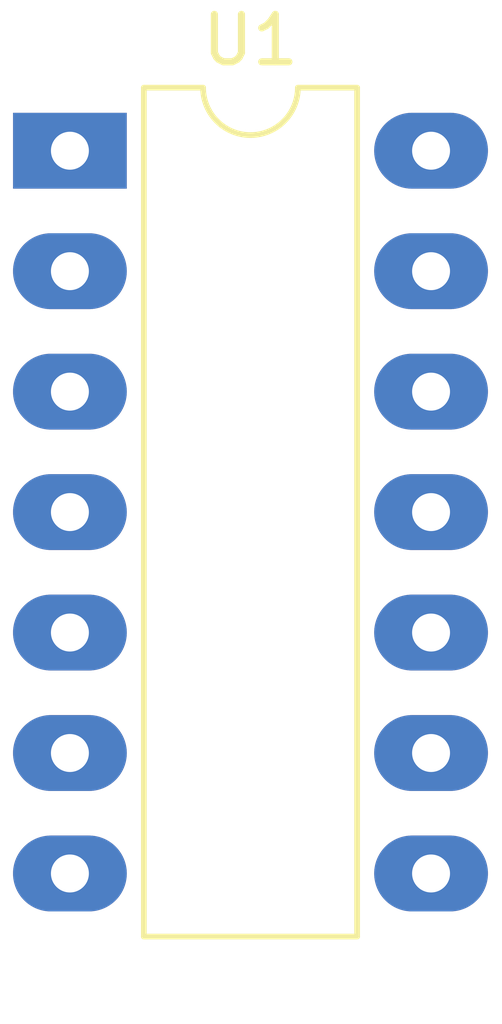
<source format=kicad_pcb>
(kicad_pcb (version 20211014) (generator pcbnew)
  (layers (0 "F.Cu" signal) (31 "B.Cu" signal) (34 "B.Paste" user) (35 "F.Paste" user) (36 "B.SilkS" user "B.Silkscreen") (37 "F.SilkS" user "F.Silkscreen") (38 "B.Mask" user) (39 "F.Mask" user) (44 "Edge.Cuts" user))
  (net 0 "")
  (footprint "Package_DIP:DIP-14_W7.62mm_LongPads" (layer "F.Cu") (at 139.7 89.789)
    (fp_text reference "U1" (at 3.81 -2.33) (layer "F.SilkS"))
    (fp_text value "TL074")
    (fp_line (start 2.81 -1.33) (end 1.56 -1.33) (layer "F.SilkS") (width 0.12))
    (fp_line (start 6.06 16.57) (end 6.06 -1.33) (layer "F.SilkS") (width 0.12))
    (fp_line (start 6.06 -1.33) (end 4.81 -1.33) (layer "F.SilkS") (width 0.12))
    (fp_line (start 1.56 -1.33) (end 1.56 16.57) (layer "F.SilkS") (width 0.12))
    (fp_line (start 1.56 16.57) (end 6.06 16.57) (layer "F.SilkS") (width 0.12))
    (fp_arc (start 4.81 -1.33) (mid 3.81 -0.33) (end 2.81 -1.33) (layer "F.SilkS") (width 0.12))
    (pad "1" thru_hole rect (at 0 0) (size 2.4 1.6) (drill 0.8) (layers *.Cu *.Mask))
    (pad "2" thru_hole oval (at 0 2.54) (size 2.4 1.6) (drill 0.8) (layers *.Cu *.Mask))
    (pad "3" thru_hole oval (at 0 5.08) (size 2.4 1.6) (drill 0.8) (layers *.Cu *.Mask))
    (pad "4" thru_hole oval (at 0 7.62) (size 2.4 1.6) (drill 0.8) (layers *.Cu *.Mask))
    (pad "5" thru_hole oval (at 0 10.16) (size 2.4 1.6) (drill 0.8) (layers *.Cu *.Mask))
    (pad "6" thru_hole oval (at 0 12.7) (size 2.4 1.6) (drill 0.8) (layers *.Cu *.Mask))
    (pad "7" thru_hole oval (at 0 15.24) (size 2.4 1.6) (drill 0.8) (layers *.Cu *.Mask))
    (pad "8" thru_hole oval (at 7.62 15.24) (size 2.4 1.6) (drill 0.8) (layers *.Cu *.Mask))
    (pad "9" thru_hole oval (at 7.62 12.7) (size 2.4 1.6) (drill 0.8) (layers *.Cu *.Mask))
    (pad "10" thru_hole oval (at 7.62 10.16) (size 2.4 1.6) (drill 0.8) (layers *.Cu *.Mask))
    (pad "11" thru_hole oval (at 7.62 7.62) (size 2.4 1.6) (drill 0.8) (layers *.Cu *.Mask))
    (pad "12" thru_hole oval (at 7.62 5.08) (size 2.4 1.6) (drill 0.8) (layers *.Cu *.Mask))
    (pad "13" thru_hole oval (at 7.62 2.54) (size 2.4 1.6) (drill 0.8) (layers *.Cu *.Mask))
    (pad "14" thru_hole oval (at 7.62 0) (size 2.4 1.6) (drill 0.8) (layers *.Cu *.Mask))
  )
)
</source>
